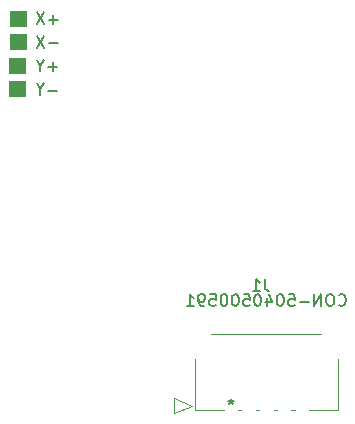
<source format=gbr>
%TF.GenerationSoftware,KiCad,Pcbnew,(5.1.10)-1*%
%TF.CreationDate,2022-06-07T20:11:27-07:00*%
%TF.ProjectId,solar-panel-NoCutout,736f6c61-722d-4706-916e-656c2d4e6f43,1.0*%
%TF.SameCoordinates,Original*%
%TF.FileFunction,Legend,Bot*%
%TF.FilePolarity,Positive*%
%FSLAX46Y46*%
G04 Gerber Fmt 4.6, Leading zero omitted, Abs format (unit mm)*
G04 Created by KiCad (PCBNEW (5.1.10)-1) date 2022-06-07 20:11:27*
%MOMM*%
%LPD*%
G01*
G04 APERTURE LIST*
%ADD10C,0.100000*%
%ADD11C,0.150000*%
%ADD12C,0.120000*%
G04 APERTURE END LIST*
D10*
G36*
X106108500Y-94551500D02*
G01*
X104775000Y-94551500D01*
X104775000Y-93281500D01*
X106108500Y-93281500D01*
X106108500Y-94551500D01*
G37*
X106108500Y-94551500D02*
X104775000Y-94551500D01*
X104775000Y-93281500D01*
X106108500Y-93281500D01*
X106108500Y-94551500D01*
G36*
X106108500Y-92583000D02*
G01*
X104775000Y-92583000D01*
X104775000Y-91313000D01*
X106108500Y-91313000D01*
X106108500Y-92583000D01*
G37*
X106108500Y-92583000D02*
X104775000Y-92583000D01*
X104775000Y-91313000D01*
X106108500Y-91313000D01*
X106108500Y-92583000D01*
G36*
X106045000Y-98552000D02*
G01*
X104711500Y-98552000D01*
X104711500Y-97282000D01*
X106045000Y-97282000D01*
X106045000Y-98552000D01*
G37*
X106045000Y-98552000D02*
X104711500Y-98552000D01*
X104711500Y-97282000D01*
X106045000Y-97282000D01*
X106045000Y-98552000D01*
G36*
X106045000Y-96583500D02*
G01*
X104711500Y-96583500D01*
X104711500Y-95313500D01*
X106045000Y-95313500D01*
X106045000Y-96583500D01*
G37*
X106045000Y-96583500D02*
X104711500Y-96583500D01*
X104711500Y-95313500D01*
X106045000Y-95313500D01*
X106045000Y-96583500D01*
D11*
X108845642Y-92071428D02*
X108083738Y-92071428D01*
X108464690Y-92452380D02*
X108464690Y-91690476D01*
X107702785Y-91452380D02*
X107036119Y-92452380D01*
X107036119Y-91452380D02*
X107702785Y-92452380D01*
X108798023Y-98071428D02*
X108036119Y-98071428D01*
X107369452Y-97976190D02*
X107369452Y-98452380D01*
X107702785Y-97452380D02*
X107369452Y-97976190D01*
X107036119Y-97452380D01*
X108845642Y-94071428D02*
X108083738Y-94071428D01*
X107702785Y-93452380D02*
X107036119Y-94452380D01*
X107036119Y-93452380D02*
X107702785Y-94452380D01*
X108798023Y-96071428D02*
X108036119Y-96071428D01*
X108417071Y-96452380D02*
X108417071Y-95690476D01*
X107369452Y-95976190D02*
X107369452Y-96452380D01*
X107702785Y-95452380D02*
X107369452Y-95976190D01*
X107036119Y-95452380D01*
D12*
%TO.C,J1*%
X120221013Y-124750000D02*
X118697013Y-124115000D01*
X118697013Y-124115000D02*
X118697013Y-125385000D01*
X118697013Y-125385000D02*
X120221013Y-124750000D01*
X132524989Y-120780040D02*
X132524989Y-125090000D01*
X132524989Y-125090000D02*
X130120041Y-125090000D01*
X120475012Y-125090000D02*
X120475012Y-120780040D01*
X121839885Y-118650000D02*
X131160116Y-118650000D01*
X122879960Y-125090000D02*
X120475012Y-125090000D01*
X124379960Y-125090000D02*
X124120040Y-125090000D01*
X125879959Y-125090000D02*
X125620040Y-125090000D01*
X127379961Y-125090000D02*
X127120039Y-125090000D01*
X128879961Y-125090000D02*
X128620041Y-125090000D01*
D11*
X126373333Y-114042380D02*
X126373333Y-114756666D01*
X126420952Y-114899523D01*
X126516190Y-114994761D01*
X126659047Y-115042380D01*
X126754285Y-115042380D01*
X125373333Y-115042380D02*
X125944761Y-115042380D01*
X125659047Y-115042380D02*
X125659047Y-114042380D01*
X125754285Y-114185238D01*
X125849523Y-114280476D01*
X125944761Y-114328095D01*
X132619049Y-116217142D02*
X132666668Y-116264761D01*
X132809525Y-116312380D01*
X132904763Y-116312380D01*
X133047621Y-116264761D01*
X133142859Y-116169523D01*
X133190478Y-116074285D01*
X133238097Y-115883809D01*
X133238097Y-115740952D01*
X133190478Y-115550476D01*
X133142859Y-115455238D01*
X133047621Y-115360000D01*
X132904763Y-115312380D01*
X132809525Y-115312380D01*
X132666668Y-115360000D01*
X132619049Y-115407619D01*
X132000002Y-115312380D02*
X131809525Y-115312380D01*
X131714287Y-115360000D01*
X131619049Y-115455238D01*
X131571430Y-115645714D01*
X131571430Y-115979047D01*
X131619049Y-116169523D01*
X131714287Y-116264761D01*
X131809525Y-116312380D01*
X132000002Y-116312380D01*
X132095240Y-116264761D01*
X132190478Y-116169523D01*
X132238097Y-115979047D01*
X132238097Y-115645714D01*
X132190478Y-115455238D01*
X132095240Y-115360000D01*
X132000002Y-115312380D01*
X131142859Y-116312380D02*
X131142859Y-115312380D01*
X130571430Y-116312380D01*
X130571430Y-115312380D01*
X130095240Y-115931428D02*
X129333335Y-115931428D01*
X128380954Y-115312380D02*
X128857144Y-115312380D01*
X128904763Y-115788571D01*
X128857144Y-115740952D01*
X128761906Y-115693333D01*
X128523811Y-115693333D01*
X128428573Y-115740952D01*
X128380954Y-115788571D01*
X128333335Y-115883809D01*
X128333335Y-116121904D01*
X128380954Y-116217142D01*
X128428573Y-116264761D01*
X128523811Y-116312380D01*
X128761906Y-116312380D01*
X128857144Y-116264761D01*
X128904763Y-116217142D01*
X127714287Y-115312380D02*
X127619049Y-115312380D01*
X127523811Y-115360000D01*
X127476192Y-115407619D01*
X127428573Y-115502857D01*
X127380954Y-115693333D01*
X127380954Y-115931428D01*
X127428573Y-116121904D01*
X127476192Y-116217142D01*
X127523811Y-116264761D01*
X127619049Y-116312380D01*
X127714287Y-116312380D01*
X127809525Y-116264761D01*
X127857144Y-116217142D01*
X127904763Y-116121904D01*
X127952382Y-115931428D01*
X127952382Y-115693333D01*
X127904763Y-115502857D01*
X127857144Y-115407619D01*
X127809525Y-115360000D01*
X127714287Y-115312380D01*
X126523811Y-115645714D02*
X126523811Y-116312380D01*
X126761906Y-115264761D02*
X127000002Y-115979047D01*
X126380954Y-115979047D01*
X125809525Y-115312380D02*
X125714287Y-115312380D01*
X125619049Y-115360000D01*
X125571430Y-115407619D01*
X125523811Y-115502857D01*
X125476192Y-115693333D01*
X125476192Y-115931428D01*
X125523811Y-116121904D01*
X125571430Y-116217142D01*
X125619049Y-116264761D01*
X125714287Y-116312380D01*
X125809525Y-116312380D01*
X125904763Y-116264761D01*
X125952382Y-116217142D01*
X126000002Y-116121904D01*
X126047621Y-115931428D01*
X126047621Y-115693333D01*
X126000002Y-115502857D01*
X125952382Y-115407619D01*
X125904763Y-115360000D01*
X125809525Y-115312380D01*
X124571430Y-115312380D02*
X125047621Y-115312380D01*
X125095240Y-115788571D01*
X125047621Y-115740952D01*
X124952382Y-115693333D01*
X124714287Y-115693333D01*
X124619049Y-115740952D01*
X124571430Y-115788571D01*
X124523811Y-115883809D01*
X124523811Y-116121904D01*
X124571430Y-116217142D01*
X124619049Y-116264761D01*
X124714287Y-116312380D01*
X124952382Y-116312380D01*
X125047621Y-116264761D01*
X125095240Y-116217142D01*
X123904763Y-115312380D02*
X123809525Y-115312380D01*
X123714287Y-115360000D01*
X123666668Y-115407619D01*
X123619049Y-115502857D01*
X123571430Y-115693333D01*
X123571430Y-115931428D01*
X123619049Y-116121904D01*
X123666668Y-116217142D01*
X123714287Y-116264761D01*
X123809525Y-116312380D01*
X123904763Y-116312380D01*
X124000002Y-116264761D01*
X124047621Y-116217142D01*
X124095240Y-116121904D01*
X124142859Y-115931428D01*
X124142859Y-115693333D01*
X124095240Y-115502857D01*
X124047621Y-115407619D01*
X124000002Y-115360000D01*
X123904763Y-115312380D01*
X122952382Y-115312380D02*
X122857144Y-115312380D01*
X122761906Y-115360000D01*
X122714287Y-115407619D01*
X122666668Y-115502857D01*
X122619049Y-115693333D01*
X122619049Y-115931428D01*
X122666668Y-116121904D01*
X122714287Y-116217142D01*
X122761906Y-116264761D01*
X122857144Y-116312380D01*
X122952382Y-116312380D01*
X123047621Y-116264761D01*
X123095240Y-116217142D01*
X123142859Y-116121904D01*
X123190478Y-115931428D01*
X123190478Y-115693333D01*
X123142859Y-115502857D01*
X123095240Y-115407619D01*
X123047621Y-115360000D01*
X122952382Y-115312380D01*
X121714287Y-115312380D02*
X122190478Y-115312380D01*
X122238097Y-115788571D01*
X122190478Y-115740952D01*
X122095240Y-115693333D01*
X121857144Y-115693333D01*
X121761906Y-115740952D01*
X121714287Y-115788571D01*
X121666668Y-115883809D01*
X121666668Y-116121904D01*
X121714287Y-116217142D01*
X121761906Y-116264761D01*
X121857144Y-116312380D01*
X122095240Y-116312380D01*
X122190478Y-116264761D01*
X122238097Y-116217142D01*
X121190478Y-116312380D02*
X121000002Y-116312380D01*
X120904763Y-116264761D01*
X120857144Y-116217142D01*
X120761906Y-116074285D01*
X120714287Y-115883809D01*
X120714287Y-115502857D01*
X120761906Y-115407619D01*
X120809525Y-115360000D01*
X120904763Y-115312380D01*
X121095240Y-115312380D01*
X121190478Y-115360000D01*
X121238097Y-115407619D01*
X121285716Y-115502857D01*
X121285716Y-115740952D01*
X121238097Y-115836190D01*
X121190478Y-115883809D01*
X121095240Y-115931428D01*
X120904763Y-115931428D01*
X120809525Y-115883809D01*
X120761906Y-115836190D01*
X120714287Y-115740952D01*
X119761906Y-116312380D02*
X120333335Y-116312380D01*
X120047621Y-116312380D02*
X120047621Y-115312380D01*
X120142859Y-115455238D01*
X120238097Y-115550476D01*
X120333335Y-115598095D01*
X123500000Y-124202380D02*
X123500000Y-124440476D01*
X123738095Y-124345238D02*
X123500000Y-124440476D01*
X123261904Y-124345238D01*
X123642857Y-124630952D02*
X123500000Y-124440476D01*
X123357142Y-124630952D01*
%TD*%
M02*

</source>
